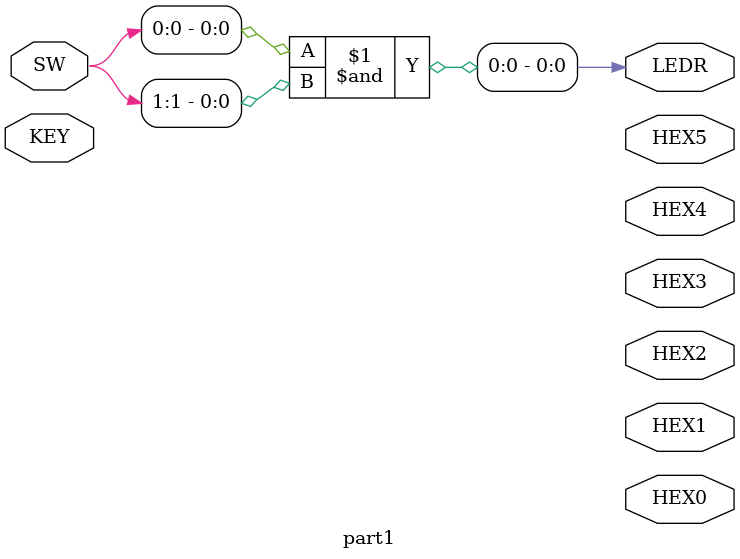
<source format=v>


module part1(

	//////////// SEG7 //////////
	output		     [7:0]		HEX0,
	output		     [7:0]		HEX1,
	output		     [7:0]		HEX2,
	output		     [7:0]		HEX3,
	output		     [7:0]		HEX4,
	output		     [7:0]		HEX5,

	//////////// KEY //////////
	input 		     [1:0]		KEY,

	//////////// LED //////////
	output		     [9:0]		LEDR,

	//////////// SW //////////
	input 		     [9:0]		SW
);



//=======================================================
//  REG/WIRE declarations
//=======================================================




//=======================================================
//  Structural coding
//=======================================================

assign LEDR[0] = (SW[0] & SW[1]);

endmodule

</source>
